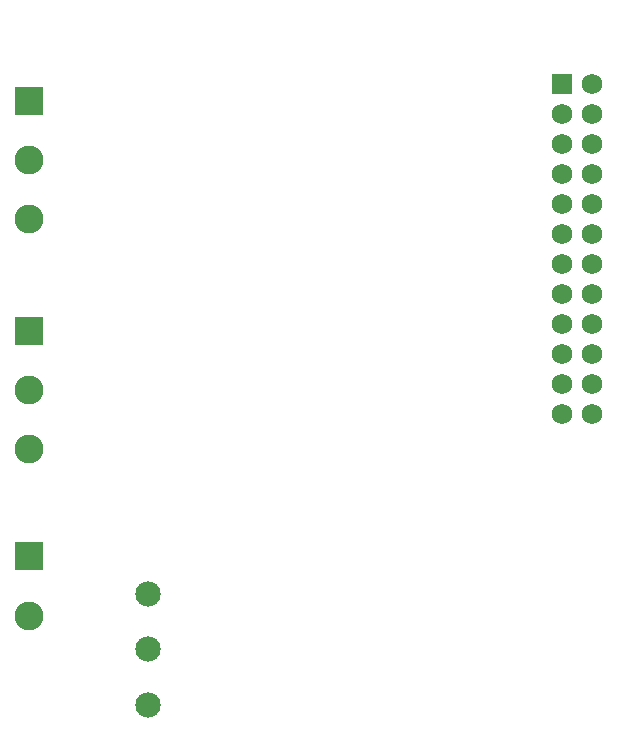
<source format=gbs>
G04*
G04 #@! TF.GenerationSoftware,Altium Limited,Altium Designer,21.5.1 (32)*
G04*
G04 Layer_Color=16711935*
%FSLAX25Y25*%
%MOIN*%
G70*
G04*
G04 #@! TF.SameCoordinates,CE483D93-7A72-4320-8099-22F1C2E0D062*
G04*
G04*
G04 #@! TF.FilePolarity,Negative*
G04*
G01*
G75*
%ADD57C,0.08474*%
%ADD58R,0.06899X0.06899*%
%ADD59C,0.06899*%
%ADD60C,0.00600*%
%ADD61R,0.09655X0.09655*%
%ADD62C,0.09655*%
D57*
X36500Y15500D02*
D03*
Y34004D02*
D03*
Y-3004D02*
D03*
D58*
X174500Y204000D02*
D03*
D59*
X184500D02*
D03*
X174500Y194000D02*
D03*
X184500D02*
D03*
X174500Y184000D02*
D03*
X184500D02*
D03*
X174500Y174000D02*
D03*
X184500D02*
D03*
X174500Y164000D02*
D03*
X184500D02*
D03*
X174500Y154000D02*
D03*
X184500D02*
D03*
X174500Y144000D02*
D03*
X184500D02*
D03*
X174500Y134000D02*
D03*
X184500D02*
D03*
X174500Y124000D02*
D03*
X184500D02*
D03*
X174500Y114000D02*
D03*
X184500D02*
D03*
X174500Y104000D02*
D03*
X184500D02*
D03*
X174500Y94000D02*
D03*
X184500D02*
D03*
D60*
X179000Y0D02*
D03*
X0Y226000D02*
D03*
X179000D02*
D03*
X0Y0D02*
D03*
D61*
X-3000Y121500D02*
D03*
Y198370D02*
D03*
Y46500D02*
D03*
D62*
Y101815D02*
D03*
Y82130D02*
D03*
Y178685D02*
D03*
Y159000D02*
D03*
Y26500D02*
D03*
M02*

</source>
